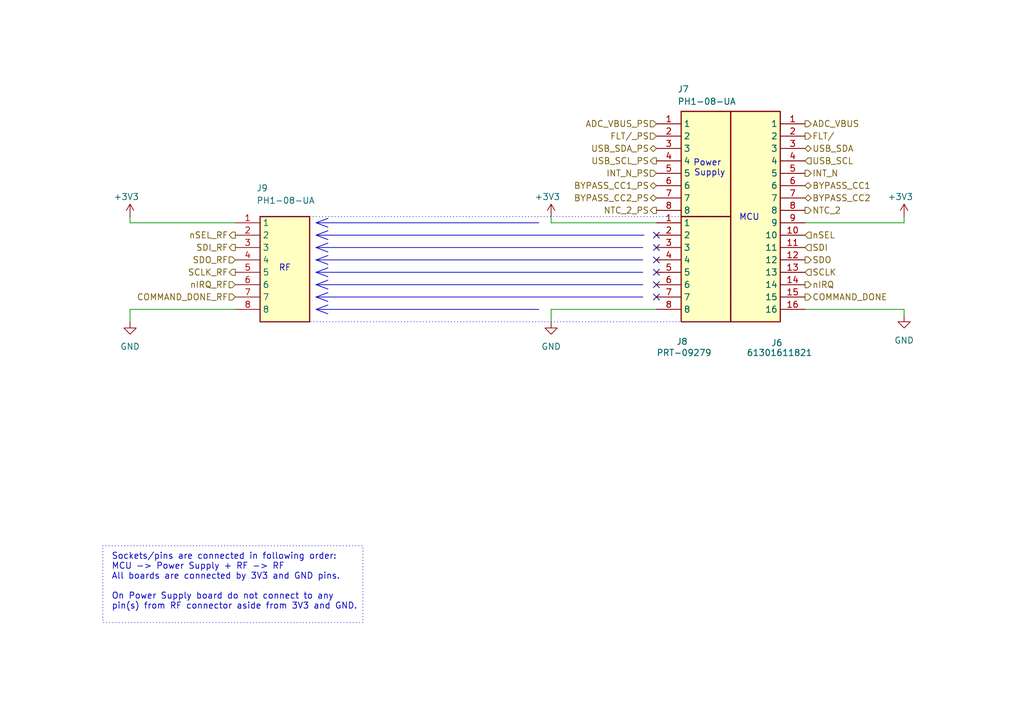
<source format=kicad_sch>
(kicad_sch
	(version 20231120)
	(generator "eeschema")
	(generator_version "8.0")
	(uuid "f610fd08-b7a0-4c8e-a6bc-3258a0bbabbc")
	(paper "A5")
	(lib_symbols
		(symbol "PH1-08-UA_1"
			(exclude_from_sim no)
			(in_bom yes)
			(on_board yes)
			(property "Reference" "J9"
				(at 4.318 7.112 0)
				(effects
					(font
						(size 1.27 1.27)
					)
					(justify left)
				)
			)
			(property "Value" "PH1-08-UA"
				(at 4.318 4.572 0)
				(effects
					(font
						(size 1.27 1.27)
					)
					(justify left)
				)
			)
			(property "Footprint" "HDRV8W64P0X254_1X8_2032X250X888P"
				(at 16.51 -94.92 0)
				(effects
					(font
						(size 1.27 1.27)
					)
					(justify left top)
					(hide yes)
				)
			)
			(property "Datasheet" "https://app.adam-tech.com/products/download/data_sheet/201605/ph1-xx-ua-data-sheet.pdf"
				(at 16.51 -194.92 0)
				(effects
					(font
						(size 1.27 1.27)
					)
					(justify left top)
					(hide yes)
				)
			)
			(property "Description" "Conn Unshrouded Header HDR 8 POS 2.54mm Solder ST Thru-Hole"
				(at 0 0 0)
				(effects
					(font
						(size 1.27 1.27)
					)
					(hide yes)
				)
			)
			(property "Height" "8.881"
				(at 16.51 -394.92 0)
				(effects
					(font
						(size 1.27 1.27)
					)
					(justify left top)
					(hide yes)
				)
			)
			(property "Manufacturer_Name" "Adam Tech"
				(at 16.51 -494.92 0)
				(effects
					(font
						(size 1.27 1.27)
					)
					(justify left top)
					(hide yes)
				)
			)
			(property "Manufacturer_Part_Number" "PH1-08-UA"
				(at 16.51 -594.92 0)
				(effects
					(font
						(size 1.27 1.27)
					)
					(justify left top)
					(hide yes)
				)
			)
			(property "Mouser Part Number" "737-PH1-08-UA"
				(at 16.51 -694.92 0)
				(effects
					(font
						(size 1.27 1.27)
					)
					(justify left top)
					(hide yes)
				)
			)
			(property "Mouser Price/Stock" "https://www.mouser.co.uk/ProductDetail/Adam-Tech/PH1-08-UA?qs=HoCaDK9Nz5fwefM2nMHXHA%3D%3D"
				(at 16.51 -794.92 0)
				(effects
					(font
						(size 1.27 1.27)
					)
					(justify left top)
					(hide yes)
				)
			)
			(property "Arrow Part Number" "PH1-08-UA"
				(at 16.51 -894.92 0)
				(effects
					(font
						(size 1.27 1.27)
					)
					(justify left top)
					(hide yes)
				)
			)
			(property "Arrow Price/Stock" "https://www.arrow.com/en/products/ph1-08-ua/adam-tech?utm_currency=USD&region=nac"
				(at 16.51 -994.92 0)
				(effects
					(font
						(size 1.27 1.27)
					)
					(justify left top)
					(hide yes)
				)
			)
			(symbol "PH1-08-UA_1_1_1"
				(rectangle
					(start 5.08 1.27)
					(end 15.24 -20.32)
					(stroke
						(width 0.254)
						(type default)
					)
					(fill
						(type background)
					)
				)
				(pin passive line
					(at 0 0 0)
					(length 5.08)
					(name "1"
						(effects
							(font
								(size 1.27 1.27)
							)
						)
					)
					(number "1"
						(effects
							(font
								(size 1.27 1.27)
							)
						)
					)
				)
				(pin passive line
					(at 0 -2.54 0)
					(length 5.08)
					(name "2"
						(effects
							(font
								(size 1.27 1.27)
							)
						)
					)
					(number "2"
						(effects
							(font
								(size 1.27 1.27)
							)
						)
					)
				)
				(pin passive line
					(at 0 -5.08 0)
					(length 5.08)
					(name "3"
						(effects
							(font
								(size 1.27 1.27)
							)
						)
					)
					(number "3"
						(effects
							(font
								(size 1.27 1.27)
							)
						)
					)
				)
				(pin passive line
					(at 0 -7.62 0)
					(length 5.08)
					(name "4"
						(effects
							(font
								(size 1.27 1.27)
							)
						)
					)
					(number "4"
						(effects
							(font
								(size 1.27 1.27)
							)
						)
					)
				)
				(pin passive line
					(at 0 -10.16 0)
					(length 5.08)
					(name "5"
						(effects
							(font
								(size 1.27 1.27)
							)
						)
					)
					(number "5"
						(effects
							(font
								(size 1.27 1.27)
							)
						)
					)
				)
				(pin passive line
					(at 0 -12.7 0)
					(length 5.08)
					(name "6"
						(effects
							(font
								(size 1.27 1.27)
							)
						)
					)
					(number "6"
						(effects
							(font
								(size 1.27 1.27)
							)
						)
					)
				)
				(pin passive line
					(at 0 -15.24 0)
					(length 5.08)
					(name "7"
						(effects
							(font
								(size 1.27 1.27)
							)
						)
					)
					(number "7"
						(effects
							(font
								(size 1.27 1.27)
							)
						)
					)
				)
				(pin passive line
					(at 0 -17.78 0)
					(length 5.08)
					(name "8"
						(effects
							(font
								(size 1.27 1.27)
							)
						)
					)
					(number "8"
						(effects
							(font
								(size 1.27 1.27)
							)
						)
					)
				)
			)
		)
		(symbol "SamacSys_Parts:61301611821"
			(exclude_from_sim no)
			(in_bom yes)
			(on_board yes)
			(property "Reference" "J"
				(at 16.51 7.62 0)
				(effects
					(font
						(size 1.27 1.27)
					)
					(justify left top)
				)
			)
			(property "Value" "61301611821"
				(at 16.51 5.08 0)
				(effects
					(font
						(size 1.27 1.27)
					)
					(justify left top)
				)
			)
			(property "Footprint" "RHDR16W82P0X254_1X16_4114X250X865P"
				(at 16.51 -94.92 0)
				(effects
					(font
						(size 1.27 1.27)
					)
					(justify left top)
					(hide yes)
				)
			)
			(property "Datasheet" "https://www.we-online.com/catalog/datasheet/61301611821.pdf"
				(at 16.51 -194.92 0)
				(effects
					(font
						(size 1.27 1.27)
					)
					(justify left top)
					(hide yes)
				)
			)
			(property "Description" "WURTH ELEKTRONIK - 61301611821 - PCB Receptacle, Board-to-Board, 2.54 mm, 1 Rows, 16 Contacts, Through Hole Mount, WR-PHD Series"
				(at 0 0 0)
				(effects
					(font
						(size 1.27 1.27)
					)
					(hide yes)
				)
			)
			(property "Height" "8.65"
				(at 16.51 -394.92 0)
				(effects
					(font
						(size 1.27 1.27)
					)
					(justify left top)
					(hide yes)
				)
			)
			(property "Manufacturer_Name" "Wurth Elektronik"
				(at 16.51 -494.92 0)
				(effects
					(font
						(size 1.27 1.27)
					)
					(justify left top)
					(hide yes)
				)
			)
			(property "Manufacturer_Part_Number" "61301611821"
				(at 16.51 -594.92 0)
				(effects
					(font
						(size 1.27 1.27)
					)
					(justify left top)
					(hide yes)
				)
			)
			(property "Mouser Part Number" "710-61301611821"
				(at 16.51 -694.92 0)
				(effects
					(font
						(size 1.27 1.27)
					)
					(justify left top)
					(hide yes)
				)
			)
			(property "Mouser Price/Stock" "https://www.mouser.co.uk/ProductDetail/Wurth-Elektronik/61301611821?qs=xZ%2FP%252Ba9zWqYIxo6RU%252B1Wuw%3D%3D"
				(at 16.51 -794.92 0)
				(effects
					(font
						(size 1.27 1.27)
					)
					(justify left top)
					(hide yes)
				)
			)
			(property "Arrow Part Number" ""
				(at 16.51 -894.92 0)
				(effects
					(font
						(size 1.27 1.27)
					)
					(justify left top)
					(hide yes)
				)
			)
			(property "Arrow Price/Stock" ""
				(at 16.51 -994.92 0)
				(effects
					(font
						(size 1.27 1.27)
					)
					(justify left top)
					(hide yes)
				)
			)
			(symbol "61301611821_1_1"
				(rectangle
					(start 5.08 2.54)
					(end 15.24 -40.64)
					(stroke
						(width 0.254)
						(type default)
					)
					(fill
						(type background)
					)
				)
				(pin passive line
					(at 0 0 0)
					(length 5.08)
					(name "1"
						(effects
							(font
								(size 1.27 1.27)
							)
						)
					)
					(number "1"
						(effects
							(font
								(size 1.27 1.27)
							)
						)
					)
				)
				(pin passive line
					(at 0 -22.86 0)
					(length 5.08)
					(name "10"
						(effects
							(font
								(size 1.27 1.27)
							)
						)
					)
					(number "10"
						(effects
							(font
								(size 1.27 1.27)
							)
						)
					)
				)
				(pin passive line
					(at 0 -25.4 0)
					(length 5.08)
					(name "11"
						(effects
							(font
								(size 1.27 1.27)
							)
						)
					)
					(number "11"
						(effects
							(font
								(size 1.27 1.27)
							)
						)
					)
				)
				(pin passive line
					(at 0 -27.94 0)
					(length 5.08)
					(name "12"
						(effects
							(font
								(size 1.27 1.27)
							)
						)
					)
					(number "12"
						(effects
							(font
								(size 1.27 1.27)
							)
						)
					)
				)
				(pin passive line
					(at 0 -30.48 0)
					(length 5.08)
					(name "13"
						(effects
							(font
								(size 1.27 1.27)
							)
						)
					)
					(number "13"
						(effects
							(font
								(size 1.27 1.27)
							)
						)
					)
				)
				(pin passive line
					(at 0 -33.02 0)
					(length 5.08)
					(name "14"
						(effects
							(font
								(size 1.27 1.27)
							)
						)
					)
					(number "14"
						(effects
							(font
								(size 1.27 1.27)
							)
						)
					)
				)
				(pin passive line
					(at 0 -35.56 0)
					(length 5.08)
					(name "15"
						(effects
							(font
								(size 1.27 1.27)
							)
						)
					)
					(number "15"
						(effects
							(font
								(size 1.27 1.27)
							)
						)
					)
				)
				(pin passive line
					(at 0 -38.1 0)
					(length 5.08)
					(name "16"
						(effects
							(font
								(size 1.27 1.27)
							)
						)
					)
					(number "16"
						(effects
							(font
								(size 1.27 1.27)
							)
						)
					)
				)
				(pin passive line
					(at 0 -2.54 0)
					(length 5.08)
					(name "2"
						(effects
							(font
								(size 1.27 1.27)
							)
						)
					)
					(number "2"
						(effects
							(font
								(size 1.27 1.27)
							)
						)
					)
				)
				(pin passive line
					(at 0 -5.08 0)
					(length 5.08)
					(name "3"
						(effects
							(font
								(size 1.27 1.27)
							)
						)
					)
					(number "3"
						(effects
							(font
								(size 1.27 1.27)
							)
						)
					)
				)
				(pin passive line
					(at 0 -7.62 0)
					(length 5.08)
					(name "4"
						(effects
							(font
								(size 1.27 1.27)
							)
						)
					)
					(number "4"
						(effects
							(font
								(size 1.27 1.27)
							)
						)
					)
				)
				(pin passive line
					(at 0 -10.16 0)
					(length 5.08)
					(name "5"
						(effects
							(font
								(size 1.27 1.27)
							)
						)
					)
					(number "5"
						(effects
							(font
								(size 1.27 1.27)
							)
						)
					)
				)
				(pin passive line
					(at 0 -12.7 0)
					(length 5.08)
					(name "6"
						(effects
							(font
								(size 1.27 1.27)
							)
						)
					)
					(number "6"
						(effects
							(font
								(size 1.27 1.27)
							)
						)
					)
				)
				(pin passive line
					(at 0 -15.24 0)
					(length 5.08)
					(name "7"
						(effects
							(font
								(size 1.27 1.27)
							)
						)
					)
					(number "7"
						(effects
							(font
								(size 1.27 1.27)
							)
						)
					)
				)
				(pin passive line
					(at 0 -17.78 0)
					(length 5.08)
					(name "8"
						(effects
							(font
								(size 1.27 1.27)
							)
						)
					)
					(number "8"
						(effects
							(font
								(size 1.27 1.27)
							)
						)
					)
				)
				(pin passive line
					(at 0 -20.32 0)
					(length 5.08)
					(name "9"
						(effects
							(font
								(size 1.27 1.27)
							)
						)
					)
					(number "9"
						(effects
							(font
								(size 1.27 1.27)
							)
						)
					)
				)
			)
		)
		(symbol "SamacSys_Parts:PH1-08-UA"
			(exclude_from_sim no)
			(in_bom yes)
			(on_board yes)
			(property "Reference" "J7"
				(at 4.318 7.112 0)
				(effects
					(font
						(size 1.27 1.27)
					)
					(justify left)
				)
			)
			(property "Value" "PH1-08-UA"
				(at 4.318 4.572 0)
				(effects
					(font
						(size 1.27 1.27)
					)
					(justify left)
				)
			)
			(property "Footprint" "HDRV8W64P0X254_1X8_2032X250X888P"
				(at 16.51 -94.92 0)
				(effects
					(font
						(size 1.27 1.27)
					)
					(justify left top)
					(hide yes)
				)
			)
			(property "Datasheet" "https://app.adam-tech.com/products/download/data_sheet/201605/ph1-xx-ua-data-sheet.pdf"
				(at 16.51 -194.92 0)
				(effects
					(font
						(size 1.27 1.27)
					)
					(justify left top)
					(hide yes)
				)
			)
			(property "Description" "Conn Unshrouded Header HDR 8 POS 2.54mm Solder ST Thru-Hole"
				(at 0 0 0)
				(effects
					(font
						(size 1.27 1.27)
					)
					(hide yes)
				)
			)
			(property "Height" "8.881"
				(at 16.51 -394.92 0)
				(effects
					(font
						(size 1.27 1.27)
					)
					(justify left top)
					(hide yes)
				)
			)
			(property "Manufacturer_Name" "Adam Tech"
				(at 16.51 -494.92 0)
				(effects
					(font
						(size 1.27 1.27)
					)
					(justify left top)
					(hide yes)
				)
			)
			(property "Manufacturer_Part_Number" "PH1-08-UA"
				(at 16.51 -594.92 0)
				(effects
					(font
						(size 1.27 1.27)
					)
					(justify left top)
					(hide yes)
				)
			)
			(property "Mouser Part Number" "737-PH1-08-UA"
				(at 16.51 -694.92 0)
				(effects
					(font
						(size 1.27 1.27)
					)
					(justify left top)
					(hide yes)
				)
			)
			(property "Mouser Price/Stock" "https://www.mouser.co.uk/ProductDetail/Adam-Tech/PH1-08-UA?qs=HoCaDK9Nz5fwefM2nMHXHA%3D%3D"
				(at 16.51 -794.92 0)
				(effects
					(font
						(size 1.27 1.27)
					)
					(justify left top)
					(hide yes)
				)
			)
			(property "Arrow Part Number" "PH1-08-UA"
				(at 16.51 -894.92 0)
				(effects
					(font
						(size 1.27 1.27)
					)
					(justify left top)
					(hide yes)
				)
			)
			(property "Arrow Price/Stock" "https://www.arrow.com/en/products/ph1-08-ua/adam-tech?utm_currency=USD&region=nac"
				(at 16.51 -994.92 0)
				(effects
					(font
						(size 1.27 1.27)
					)
					(justify left top)
					(hide yes)
				)
			)
			(symbol "PH1-08-UA_1_1"
				(rectangle
					(start 5.08 2.54)
					(end 15.24 -19.05)
					(stroke
						(width 0.254)
						(type default)
					)
					(fill
						(type background)
					)
				)
				(pin passive line
					(at 0 0 0)
					(length 5.08)
					(name "1"
						(effects
							(font
								(size 1.27 1.27)
							)
						)
					)
					(number "1"
						(effects
							(font
								(size 1.27 1.27)
							)
						)
					)
				)
				(pin passive line
					(at 0 -2.54 0)
					(length 5.08)
					(name "2"
						(effects
							(font
								(size 1.27 1.27)
							)
						)
					)
					(number "2"
						(effects
							(font
								(size 1.27 1.27)
							)
						)
					)
				)
				(pin passive line
					(at 0 -5.08 0)
					(length 5.08)
					(name "3"
						(effects
							(font
								(size 1.27 1.27)
							)
						)
					)
					(number "3"
						(effects
							(font
								(size 1.27 1.27)
							)
						)
					)
				)
				(pin passive line
					(at 0 -7.62 0)
					(length 5.08)
					(name "4"
						(effects
							(font
								(size 1.27 1.27)
							)
						)
					)
					(number "4"
						(effects
							(font
								(size 1.27 1.27)
							)
						)
					)
				)
				(pin passive line
					(at 0 -10.16 0)
					(length 5.08)
					(name "5"
						(effects
							(font
								(size 1.27 1.27)
							)
						)
					)
					(number "5"
						(effects
							(font
								(size 1.27 1.27)
							)
						)
					)
				)
				(pin passive line
					(at 0 -12.7 0)
					(length 5.08)
					(name "6"
						(effects
							(font
								(size 1.27 1.27)
							)
						)
					)
					(number "6"
						(effects
							(font
								(size 1.27 1.27)
							)
						)
					)
				)
				(pin passive line
					(at 0 -15.24 0)
					(length 5.08)
					(name "7"
						(effects
							(font
								(size 1.27 1.27)
							)
						)
					)
					(number "7"
						(effects
							(font
								(size 1.27 1.27)
							)
						)
					)
				)
				(pin passive line
					(at 0 -17.78 0)
					(length 5.08)
					(name "8"
						(effects
							(font
								(size 1.27 1.27)
							)
						)
					)
					(number "8"
						(effects
							(font
								(size 1.27 1.27)
							)
						)
					)
				)
			)
		)
		(symbol "SamacSys_Parts:PRT-09279"
			(exclude_from_sim no)
			(in_bom yes)
			(on_board yes)
			(property "Reference" "J8"
				(at 4.572 -23.114 0)
				(effects
					(font
						(size 1.27 1.27)
					)
					(justify left)
				)
			)
			(property "Value" "PRT-09279"
				(at 4.572 -25.654 0)
				(effects
					(font
						(size 1.27 1.27)
					)
					(justify left)
				)
			)
			(property "Footprint" "RHDR8W87P0X254_1X8_2087X250X865P"
				(at 16.51 -94.92 0)
				(effects
					(font
						(size 1.27 1.27)
					)
					(justify left top)
					(hide yes)
				)
			)
			(property "Datasheet" "https://cdn.sparkfun.com/datasheets/Prototyping/SP-140520-XX-001.pdf"
				(at 16.51 -194.92 0)
				(effects
					(font
						(size 1.27 1.27)
					)
					(justify left top)
					(hide yes)
				)
			)
			(property "Description" "2.54mm pitch Socket, single row, straight, 8 position"
				(at 0 0 0)
				(effects
					(font
						(size 1.27 1.27)
					)
					(hide yes)
				)
			)
			(property "Height" "8.65"
				(at 16.51 -394.92 0)
				(effects
					(font
						(size 1.27 1.27)
					)
					(justify left top)
					(hide yes)
				)
			)
			(property "Manufacturer_Name" "SparkFun"
				(at 16.51 -494.92 0)
				(effects
					(font
						(size 1.27 1.27)
					)
					(justify left top)
					(hide yes)
				)
			)
			(property "Manufacturer_Part_Number" "PRT-09279"
				(at 16.51 -594.92 0)
				(effects
					(font
						(size 1.27 1.27)
					)
					(justify left top)
					(hide yes)
				)
			)
			(property "Mouser Part Number" "474-PRT-09279"
				(at 16.51 -694.92 0)
				(effects
					(font
						(size 1.27 1.27)
					)
					(justify left top)
					(hide yes)
				)
			)
			(property "Mouser Price/Stock" "https://www.mouser.co.uk/ProductDetail/SparkFun/PRT-09279?qs=WyAARYrbSnZoWn%2FpXY8lrw%3D%3D"
				(at 16.51 -794.92 0)
				(effects
					(font
						(size 1.27 1.27)
					)
					(justify left top)
					(hide yes)
				)
			)
			(property "Arrow Part Number" "PRT-09279"
				(at 16.51 -894.92 0)
				(effects
					(font
						(size 1.27 1.27)
					)
					(justify left top)
					(hide yes)
				)
			)
			(property "Arrow Price/Stock" "https://www.arrow.com/en/products/prt-09279/sparkfun-electronics?region=nac"
				(at 16.51 -994.92 0)
				(effects
					(font
						(size 1.27 1.27)
					)
					(justify left top)
					(hide yes)
				)
			)
			(symbol "PRT-09279_1_1"
				(rectangle
					(start 5.08 1.27)
					(end 15.24 -20.32)
					(stroke
						(width 0.254)
						(type default)
					)
					(fill
						(type background)
					)
				)
				(pin passive line
					(at 0 0 0)
					(length 5.08)
					(name "1"
						(effects
							(font
								(size 1.27 1.27)
							)
						)
					)
					(number "1"
						(effects
							(font
								(size 1.27 1.27)
							)
						)
					)
				)
				(pin passive line
					(at 0 -2.54 0)
					(length 5.08)
					(name "2"
						(effects
							(font
								(size 1.27 1.27)
							)
						)
					)
					(number "2"
						(effects
							(font
								(size 1.27 1.27)
							)
						)
					)
				)
				(pin passive line
					(at 0 -5.08 0)
					(length 5.08)
					(name "3"
						(effects
							(font
								(size 1.27 1.27)
							)
						)
					)
					(number "3"
						(effects
							(font
								(size 1.27 1.27)
							)
						)
					)
				)
				(pin passive line
					(at 0 -7.62 0)
					(length 5.08)
					(name "4"
						(effects
							(font
								(size 1.27 1.27)
							)
						)
					)
					(number "4"
						(effects
							(font
								(size 1.27 1.27)
							)
						)
					)
				)
				(pin passive line
					(at 0 -10.16 0)
					(length 5.08)
					(name "5"
						(effects
							(font
								(size 1.27 1.27)
							)
						)
					)
					(number "5"
						(effects
							(font
								(size 1.27 1.27)
							)
						)
					)
				)
				(pin passive line
					(at 0 -12.7 0)
					(length 5.08)
					(name "6"
						(effects
							(font
								(size 1.27 1.27)
							)
						)
					)
					(number "6"
						(effects
							(font
								(size 1.27 1.27)
							)
						)
					)
				)
				(pin passive line
					(at 0 -15.24 0)
					(length 5.08)
					(name "7"
						(effects
							(font
								(size 1.27 1.27)
							)
						)
					)
					(number "7"
						(effects
							(font
								(size 1.27 1.27)
							)
						)
					)
				)
				(pin passive line
					(at 0 -17.78 0)
					(length 5.08)
					(name "8"
						(effects
							(font
								(size 1.27 1.27)
							)
						)
					)
					(number "8"
						(effects
							(font
								(size 1.27 1.27)
							)
						)
					)
				)
			)
		)
		(symbol "power:+3V3"
			(power)
			(pin_numbers hide)
			(pin_names
				(offset 0) hide)
			(exclude_from_sim no)
			(in_bom yes)
			(on_board yes)
			(property "Reference" "#PWR"
				(at 0 -3.81 0)
				(effects
					(font
						(size 1.27 1.27)
					)
					(hide yes)
				)
			)
			(property "Value" "+3V3"
				(at 0 3.556 0)
				(effects
					(font
						(size 1.27 1.27)
					)
				)
			)
			(property "Footprint" ""
				(at 0 0 0)
				(effects
					(font
						(size 1.27 1.27)
					)
					(hide yes)
				)
			)
			(property "Datasheet" ""
				(at 0 0 0)
				(effects
					(font
						(size 1.27 1.27)
					)
					(hide yes)
				)
			)
			(property "Description" "Power symbol creates a global label with name \"+3V3\""
				(at 0 0 0)
				(effects
					(font
						(size 1.27 1.27)
					)
					(hide yes)
				)
			)
			(property "ki_keywords" "global power"
				(at 0 0 0)
				(effects
					(font
						(size 1.27 1.27)
					)
					(hide yes)
				)
			)
			(symbol "+3V3_0_1"
				(polyline
					(pts
						(xy -0.762 1.27) (xy 0 2.54)
					)
					(stroke
						(width 0)
						(type default)
					)
					(fill
						(type none)
					)
				)
				(polyline
					(pts
						(xy 0 0) (xy 0 2.54)
					)
					(stroke
						(width 0)
						(type default)
					)
					(fill
						(type none)
					)
				)
				(polyline
					(pts
						(xy 0 2.54) (xy 0.762 1.27)
					)
					(stroke
						(width 0)
						(type default)
					)
					(fill
						(type none)
					)
				)
			)
			(symbol "+3V3_1_1"
				(pin power_in line
					(at 0 0 90)
					(length 0)
					(name "~"
						(effects
							(font
								(size 1.27 1.27)
							)
						)
					)
					(number "1"
						(effects
							(font
								(size 1.27 1.27)
							)
						)
					)
				)
			)
		)
		(symbol "power:GND"
			(power)
			(pin_numbers hide)
			(pin_names
				(offset 0) hide)
			(exclude_from_sim no)
			(in_bom yes)
			(on_board yes)
			(property "Reference" "#PWR"
				(at 0 -6.35 0)
				(effects
					(font
						(size 1.27 1.27)
					)
					(hide yes)
				)
			)
			(property "Value" "GND"
				(at 0 -3.81 0)
				(effects
					(font
						(size 1.27 1.27)
					)
				)
			)
			(property "Footprint" ""
				(at 0 0 0)
				(effects
					(font
						(size 1.27 1.27)
					)
					(hide yes)
				)
			)
			(property "Datasheet" ""
				(at 0 0 0)
				(effects
					(font
						(size 1.27 1.27)
					)
					(hide yes)
				)
			)
			(property "Description" "Power symbol creates a global label with name \"GND\" , ground"
				(at 0 0 0)
				(effects
					(font
						(size 1.27 1.27)
					)
					(hide yes)
				)
			)
			(property "ki_keywords" "global power"
				(at 0 0 0)
				(effects
					(font
						(size 1.27 1.27)
					)
					(hide yes)
				)
			)
			(symbol "GND_0_1"
				(polyline
					(pts
						(xy 0 0) (xy 0 -1.27) (xy 1.27 -1.27) (xy 0 -2.54) (xy -1.27 -1.27) (xy 0 -1.27)
					)
					(stroke
						(width 0)
						(type default)
					)
					(fill
						(type none)
					)
				)
			)
			(symbol "GND_1_1"
				(pin power_in line
					(at 0 0 270)
					(length 0)
					(name "~"
						(effects
							(font
								(size 1.27 1.27)
							)
						)
					)
					(number "1"
						(effects
							(font
								(size 1.27 1.27)
							)
						)
					)
				)
			)
		)
	)
	(no_connect
		(at 134.62 50.8)
		(uuid "00bb50a0-882d-4282-b9a7-ab7b17d2201b")
	)
	(no_connect
		(at 134.62 55.88)
		(uuid "0f64f5f1-8837-41e5-bbba-5599feb57d08")
	)
	(no_connect
		(at 134.62 48.26)
		(uuid "5e88da46-1d14-4b19-b9b9-f28b152dab70")
	)
	(no_connect
		(at 134.62 60.96)
		(uuid "9c826335-5e25-4f9e-8d38-56470528b111")
	)
	(no_connect
		(at 134.62 53.34)
		(uuid "cfe00fda-7979-4bcb-9f6a-ccdd501ca169")
	)
	(no_connect
		(at 134.62 58.42)
		(uuid "dc6737d0-d125-493b-95c0-fba6d2697d74")
	)
	(wire
		(pts
			(xy 26.67 63.5) (xy 48.26 63.5)
		)
		(stroke
			(width 0)
			(type default)
		)
		(uuid "03cb70a4-12bf-4270-a353-987942c5af09")
	)
	(wire
		(pts
			(xy 185.42 45.72) (xy 165.1 45.72)
		)
		(stroke
			(width 0)
			(type default)
		)
		(uuid "0eead508-0539-49a7-9fa0-b8298e2241f1")
	)
	(wire
		(pts
			(xy 113.03 45.72) (xy 134.62 45.72)
		)
		(stroke
			(width 0)
			(type default)
		)
		(uuid "126553b4-8c0f-461b-a121-4c8410973db6")
	)
	(wire
		(pts
			(xy 185.42 63.5) (xy 165.1 63.5)
		)
		(stroke
			(width 0)
			(type default)
		)
		(uuid "15a89c7e-4693-4158-ab38-5753e79d6e60")
	)
	(wire
		(pts
			(xy 113.03 44.45) (xy 113.03 45.72)
		)
		(stroke
			(width 0)
			(type default)
		)
		(uuid "2360f3f7-71f6-404e-a3a1-d068ee4cbeef")
	)
	(wire
		(pts
			(xy 26.67 44.45) (xy 26.67 45.72)
		)
		(stroke
			(width 0)
			(type default)
		)
		(uuid "2ef44e2b-d6a9-411a-9d93-6def06519150")
	)
	(polyline
		(pts
			(xy 65.024 48.26) (xy 132.08 48.26)
		)
		(stroke
			(width 0)
			(type default)
		)
		(uuid "34cf3436-7664-4ede-a8b5-82e245a4c2b3")
	)
	(polyline
		(pts
			(xy 64.77 55.88) (xy 131.826 55.88)
		)
		(stroke
			(width 0)
			(type default)
		)
		(uuid "387a7035-2a2c-4166-8b25-e0f684ae9dc8")
	)
	(wire
		(pts
			(xy 113.03 63.5) (xy 134.62 63.5)
		)
		(stroke
			(width 0)
			(type default)
		)
		(uuid "3e5f6f6d-bfde-4608-8b4e-4d3b37d73eb2")
	)
	(polyline
		(pts
			(xy 64.77 60.96) (xy 131.826 60.96)
		)
		(stroke
			(width 0)
			(type default)
		)
		(uuid "4d5957a4-af36-4ecb-845c-8b42f161353e")
	)
	(wire
		(pts
			(xy 113.03 66.04) (xy 113.03 63.5)
		)
		(stroke
			(width 0)
			(type default)
		)
		(uuid "5fd86b14-dd33-4d9e-b590-9c447e154a82")
	)
	(wire
		(pts
			(xy 26.67 45.72) (xy 48.26 45.72)
		)
		(stroke
			(width 0)
			(type default)
		)
		(uuid "6dff174a-43fb-4025-9bae-ea423636a307")
	)
	(wire
		(pts
			(xy 26.67 66.04) (xy 26.67 63.5)
		)
		(stroke
			(width 0)
			(type default)
		)
		(uuid "731aa614-2433-4d48-9be6-5e0282908cfc")
	)
	(wire
		(pts
			(xy 185.42 64.77) (xy 185.42 63.5)
		)
		(stroke
			(width 0)
			(type default)
		)
		(uuid "7515d199-f477-4ddd-ada9-d9f17bdc047b")
	)
	(polyline
		(pts
			(xy 64.77 53.34) (xy 131.826 53.34)
		)
		(stroke
			(width 0)
			(type default)
		)
		(uuid "8015f9cd-0959-450e-9f92-04c1093e19d4")
	)
	(polyline
		(pts
			(xy 65.024 63.5) (xy 110.49 63.5)
		)
		(stroke
			(width 0)
			(type default)
		)
		(uuid "874d55da-16ef-4270-aae9-69fa576fd02e")
	)
	(polyline
		(pts
			(xy 64.77 58.42) (xy 131.826 58.42)
		)
		(stroke
			(width 0)
			(type default)
		)
		(uuid "a1e69358-57dc-4670-a10b-0b20683337b3")
	)
	(polyline
		(pts
			(xy 65.024 45.72) (xy 110.49 45.72)
		)
		(stroke
			(width 0)
			(type default)
		)
		(uuid "a78402b3-a260-4621-b89c-b1564ef26708")
	)
	(polyline
		(pts
			(xy 64.77 50.8) (xy 131.826 50.8)
		)
		(stroke
			(width 0)
			(type default)
		)
		(uuid "f156e1ca-ebc3-4268-a816-04e63b055ca1")
	)
	(wire
		(pts
			(xy 185.42 45.72) (xy 185.42 44.45)
		)
		(stroke
			(width 0)
			(type default)
		)
		(uuid "f765e08a-2f66-4209-844e-e02d96b218c6")
	)
	(rectangle
		(start 53.34 44.45)
		(end 149.86 66.04)
		(stroke
			(width 0)
			(type dot)
		)
		(fill
			(type none)
		)
		(uuid 892d3ad9-e435-4040-b7b4-2678e36bf1ca)
	)
	(rectangle
		(start 21.082 112.014)
		(end 74.422 127.762)
		(stroke
			(width 0)
			(type dot)
		)
		(fill
			(type none)
		)
		(uuid feecc4d6-f181-413d-8bb9-17091892a351)
	)
	(text "MCU"
		(exclude_from_sim no)
		(at 153.67 44.704 0)
		(effects
			(font
				(size 1.27 1.27)
			)
		)
		(uuid "108cdc7f-df4a-404e-85f7-ddb2246bf10b")
	)
	(text "<"
		(exclude_from_sim no)
		(at 66.04 48.26 0)
		(effects
			(font
				(size 3.175 3.175)
			)
		)
		(uuid "18f71262-4186-4dde-935d-b8156a09a5e0")
	)
	(text "<"
		(exclude_from_sim no)
		(at 66.04 60.96 0)
		(effects
			(font
				(size 3.175 3.175)
			)
		)
		(uuid "3b8844e2-4326-4a2c-ae24-73e4fea5dffe")
	)
	(text "Power \nSupply\n"
		(exclude_from_sim no)
		(at 145.542 34.544 0)
		(effects
			(font
				(size 1.27 1.27)
			)
		)
		(uuid "42c58020-f2a1-4de7-8d2e-2ee6fed7e938")
	)
	(text "<"
		(exclude_from_sim no)
		(at 66.04 55.88 0)
		(effects
			(font
				(size 3.175 3.175)
			)
		)
		(uuid "4befb2b4-ffdb-4189-a636-5d11a7d7f5d0")
	)
	(text "<"
		(exclude_from_sim no)
		(at 66.04 53.34 0)
		(effects
			(font
				(size 3.175 3.175)
			)
		)
		(uuid "5c385f98-cf9b-47df-9168-25395e020f46")
	)
	(text "<"
		(exclude_from_sim no)
		(at 66.04 58.42 0)
		(effects
			(font
				(size 3.175 3.175)
			)
		)
		(uuid "6b873142-36ae-4d46-aac4-a60365475963")
	)
	(text "RF"
		(exclude_from_sim no)
		(at 58.42 55.118 0)
		(effects
			(font
				(size 1.27 1.27)
			)
		)
		(uuid "b9255c67-4284-48c7-8e3c-6afdf7639563")
	)
	(text "<"
		(exclude_from_sim no)
		(at 66.04 45.72 0)
		(effects
			(font
				(size 3.175 3.175)
			)
		)
		(uuid "c810d179-8d04-477f-82f6-53aa3f7012b1")
	)
	(text "<"
		(exclude_from_sim no)
		(at 66.04 50.8 0)
		(effects
			(font
				(size 3.175 3.175)
			)
		)
		(uuid "c9eb9d56-1fde-4864-8e3a-c00ec3c13646")
	)
	(text "<"
		(exclude_from_sim no)
		(at 66.04 63.5 0)
		(effects
			(font
				(size 3.175 3.175)
			)
		)
		(uuid "efa61497-7f26-4f9e-bc6f-65c97620ba33")
	)
	(text "Sockets/pins are connected in following order:\nMCU -> Power Supply + RF -> RF \nAll boards are connected by 3V3 and GND pins. \n\nOn Power Supply board do not connect to any \npin(s) from RF connector aside from 3V3 and GND."
		(exclude_from_sim no)
		(at 22.86 119.38 0)
		(effects
			(font
				(size 1.27 1.27)
			)
			(justify left)
		)
		(uuid "f324a2f1-7b05-4caa-b16d-9cebb6614d87")
	)
	(hierarchical_label "INT_N_PS"
		(shape input)
		(at 134.62 35.56 180)
		(effects
			(font
				(size 1.27 1.27)
			)
			(justify right)
		)
		(uuid "030c3462-5fa5-4729-8f9b-9fa8a97b07f9")
	)
	(hierarchical_label "NTC_2"
		(shape output)
		(at 165.1 43.18 0)
		(effects
			(font
				(size 1.27 1.27)
			)
			(justify left)
		)
		(uuid "13ab2101-b408-426f-b8eb-319c6439d1f9")
	)
	(hierarchical_label "USB_SDA_PS"
		(shape bidirectional)
		(at 134.62 30.48 180)
		(effects
			(font
				(size 1.27 1.27)
			)
			(justify right)
		)
		(uuid "1b2565b2-981c-4fe4-865e-5b6e7d1c3684")
	)
	(hierarchical_label "nSEL_RF"
		(shape output)
		(at 48.26 48.26 180)
		(effects
			(font
				(size 1.27 1.27)
			)
			(justify right)
		)
		(uuid "2127f497-ae2f-4d82-82f2-cc34297e2150")
	)
	(hierarchical_label "BYPASS_CC1"
		(shape bidirectional)
		(at 165.1 38.1 0)
		(effects
			(font
				(size 1.27 1.27)
			)
			(justify left)
		)
		(uuid "23082d12-fe5d-4a50-aff9-52716c526113")
	)
	(hierarchical_label "NTC_2_PS"
		(shape output)
		(at 134.62 43.18 180)
		(effects
			(font
				(size 1.27 1.27)
			)
			(justify right)
		)
		(uuid "2479c59b-5c4a-40b7-9f6e-1473ac0d4dce")
	)
	(hierarchical_label "SCLK_RF"
		(shape output)
		(at 48.26 55.88 180)
		(effects
			(font
				(size 1.27 1.27)
			)
			(justify right)
		)
		(uuid "25b0bc54-a6be-4339-a7be-d1f77822f37a")
	)
	(hierarchical_label "USB_SCL_PS"
		(shape output)
		(at 134.62 33.02 180)
		(effects
			(font
				(size 1.27 1.27)
			)
			(justify right)
		)
		(uuid "283e5244-cd7a-4321-a21c-01f53d0cbcd1")
	)
	(hierarchical_label "BYPASS_CC1_PS"
		(shape bidirectional)
		(at 134.62 38.1 180)
		(effects
			(font
				(size 1.27 1.27)
			)
			(justify right)
		)
		(uuid "2a070926-95e6-41af-9f76-6eccf0c467a7")
	)
	(hierarchical_label "SDI_RF"
		(shape output)
		(at 48.26 50.8 180)
		(effects
			(font
				(size 1.27 1.27)
			)
			(justify right)
		)
		(uuid "330f0a43-2870-4932-b00f-6c3adbdbed4b")
	)
	(hierarchical_label "INT_N"
		(shape output)
		(at 165.1 35.56 0)
		(effects
			(font
				(size 1.27 1.27)
			)
			(justify left)
		)
		(uuid "35b45a75-deb5-4b55-967a-9d33c761b96c")
	)
	(hierarchical_label "USB_SDA"
		(shape bidirectional)
		(at 165.1 30.48 0)
		(effects
			(font
				(size 1.27 1.27)
			)
			(justify left)
		)
		(uuid "39a86e77-492e-4327-9c60-ec89561b02a3")
	)
	(hierarchical_label "ADC_VBUS"
		(shape output)
		(at 165.1 25.4 0)
		(effects
			(font
				(size 1.27 1.27)
			)
			(justify left)
		)
		(uuid "3a81c93f-ebd0-435c-8be3-5bbdedd47d58")
	)
	(hierarchical_label "USB_SCL"
		(shape input)
		(at 165.1 33.02 0)
		(effects
			(font
				(size 1.27 1.27)
			)
			(justify left)
		)
		(uuid "4386b09f-987e-4a61-b1af-1f1786f38755")
	)
	(hierarchical_label "nSEL"
		(shape input)
		(at 165.1 48.26 0)
		(effects
			(font
				(size 1.27 1.27)
			)
			(justify left)
		)
		(uuid "5450339c-a416-4905-948a-d350bfa260e7")
	)
	(hierarchical_label "BYPASS_CC2"
		(shape bidirectional)
		(at 165.1 40.64 0)
		(effects
			(font
				(size 1.27 1.27)
			)
			(justify left)
		)
		(uuid "5fbdcee1-ac49-4e81-9687-da85325c3663")
	)
	(hierarchical_label "SDO"
		(shape output)
		(at 165.1 53.34 0)
		(effects
			(font
				(size 1.27 1.27)
			)
			(justify left)
		)
		(uuid "765b2796-6dac-4735-b405-c4f46a3ab6ef")
	)
	(hierarchical_label "COMMAND_DONE_RF"
		(shape input)
		(at 48.26 60.96 180)
		(effects
			(font
				(size 1.27 1.27)
			)
			(justify right)
		)
		(uuid "905381e5-4bf5-4208-9171-c4b403b711d1")
	)
	(hierarchical_label "nIRQ"
		(shape output)
		(at 165.1 58.42 0)
		(effects
			(font
				(size 1.27 1.27)
			)
			(justify left)
		)
		(uuid "91fb25ce-ab21-4de1-9e10-f054d10a493e")
	)
	(hierarchical_label "COMMAND_DONE"
		(shape output)
		(at 165.1 60.96 0)
		(effects
			(font
				(size 1.27 1.27)
			)
			(justify left)
		)
		(uuid "9c22b321-28f9-44c2-8fb3-f4f1f1bb44bf")
	)
	(hierarchical_label "ADC_VBUS_PS"
		(shape input)
		(at 134.62 25.4 180)
		(effects
			(font
				(size 1.27 1.27)
			)
			(justify right)
		)
		(uuid "ad6f93db-da71-472c-8bce-8bc13739ee9b")
	)
	(hierarchical_label "SDI"
		(shape input)
		(at 165.1 50.8 0)
		(effects
			(font
				(size 1.27 1.27)
			)
			(justify left)
		)
		(uuid "c708fcb2-6fa2-464c-98a0-c30d312c089a")
	)
	(hierarchical_label "BYPASS_CC2_PS"
		(shape bidirectional)
		(at 134.62 40.64 180)
		(effects
			(font
				(size 1.27 1.27)
			)
			(justify right)
		)
		(uuid "e0822e08-74ac-42b7-8ce3-16a19250ab23")
	)
	(hierarchical_label "FLT{slash}"
		(shape output)
		(at 165.1 27.94 0)
		(effects
			(font
				(size 1.27 1.27)
			)
			(justify left)
		)
		(uuid "e931ab9b-fe8c-4fcd-80c5-fead67160eca")
	)
	(hierarchical_label "SCLK"
		(shape input)
		(at 165.1 55.88 0)
		(effects
			(font
				(size 1.27 1.27)
			)
			(justify left)
		)
		(uuid "eb7b7b4c-90ee-4483-b04f-ac6fdc957a27")
	)
	(hierarchical_label "FLT{slash}_PS"
		(shape input)
		(at 134.62 27.94 180)
		(effects
			(font
				(size 1.27 1.27)
			)
			(justify right)
		)
		(uuid "f467e411-3784-433b-bd15-ae2a1158f83d")
	)
	(hierarchical_label "SDO_RF"
		(shape input)
		(at 48.26 53.34 180)
		(effects
			(font
				(size 1.27 1.27)
			)
			(justify right)
		)
		(uuid "f9a415bd-1d9d-42f4-ad21-284c0ac3429e")
	)
	(hierarchical_label "nIRQ_RF"
		(shape input)
		(at 48.26 58.42 180)
		(effects
			(font
				(size 1.27 1.27)
			)
			(justify right)
		)
		(uuid "ffad2559-ec82-4a3c-91a2-71332ca4429e")
	)
	(symbol
		(lib_id "power:GND")
		(at 26.67 66.04 0)
		(unit 1)
		(exclude_from_sim no)
		(in_bom yes)
		(on_board yes)
		(dnp no)
		(fields_autoplaced yes)
		(uuid "157af76b-8547-4ce8-b833-f92fe478a59f")
		(property "Reference" "#PWR080"
			(at 26.67 72.39 0)
			(effects
				(font
					(size 1.27 1.27)
				)
				(hide yes)
			)
		)
		(property "Value" "GND"
			(at 26.67 71.12 0)
			(effects
				(font
					(size 1.27 1.27)
				)
			)
		)
		(property "Footprint" ""
			(at 26.67 66.04 0)
			(effects
				(font
					(size 1.27 1.27)
				)
				(hide yes)
			)
		)
		(property "Datasheet" ""
			(at 26.67 66.04 0)
			(effects
				(font
					(size 1.27 1.27)
				)
				(hide yes)
			)
		)
		(property "Description" "Power symbol creates a global label with name \"GND\" , ground"
			(at 26.67 66.04 0)
			(effects
				(font
					(size 1.27 1.27)
				)
				(hide yes)
			)
		)
		(pin "1"
			(uuid "2d01b921-d5ea-4fdc-9e1d-b46a2aa678da")
		)
		(instances
			(project "obvod"
				(path "/e8e834c4-1afb-42f7-b718-3cb720dae1d5/d927d343-1b4e-4356-add7-d3a6e8c1ceb8"
					(reference "#PWR080")
					(unit 1)
				)
			)
		)
	)
	(symbol
		(lib_id "power:+3V3")
		(at 113.03 44.45 0)
		(unit 1)
		(exclude_from_sim no)
		(in_bom yes)
		(on_board yes)
		(dnp no)
		(uuid "31bd1bbf-2876-48f4-a727-83b47d7a2cbd")
		(property "Reference" "#PWR096"
			(at 113.03 48.26 0)
			(effects
				(font
					(size 1.27 1.27)
				)
				(hide yes)
			)
		)
		(property "Value" "+3V3"
			(at 112.268 40.386 0)
			(effects
				(font
					(size 1.27 1.27)
				)
			)
		)
		(property "Footprint" ""
			(at 113.03 44.45 0)
			(effects
				(font
					(size 1.27 1.27)
				)
				(hide yes)
			)
		)
		(property "Datasheet" ""
			(at 113.03 44.45 0)
			(effects
				(font
					(size 1.27 1.27)
				)
				(hide yes)
			)
		)
		(property "Description" "Power symbol creates a global label with name \"+3V3\""
			(at 113.03 44.45 0)
			(effects
				(font
					(size 1.27 1.27)
				)
				(hide yes)
			)
		)
		(pin "1"
			(uuid "ff890ce8-cdc5-4e2d-9f42-7106f0482e5b")
		)
		(instances
			(project "obvod"
				(path "/e8e834c4-1afb-42f7-b718-3cb720dae1d5/d927d343-1b4e-4356-add7-d3a6e8c1ceb8"
					(reference "#PWR096")
					(unit 1)
				)
			)
		)
	)
	(symbol
		(lib_id "power:GND")
		(at 113.03 66.04 0)
		(unit 1)
		(exclude_from_sim no)
		(in_bom yes)
		(on_board yes)
		(dnp no)
		(fields_autoplaced yes)
		(uuid "59713a71-035b-4cd2-b097-35e07bd2fe1f")
		(property "Reference" "#PWR097"
			(at 113.03 72.39 0)
			(effects
				(font
					(size 1.27 1.27)
				)
				(hide yes)
			)
		)
		(property "Value" "GND"
			(at 113.03 71.12 0)
			(effects
				(font
					(size 1.27 1.27)
				)
			)
		)
		(property "Footprint" ""
			(at 113.03 66.04 0)
			(effects
				(font
					(size 1.27 1.27)
				)
				(hide yes)
			)
		)
		(property "Datasheet" ""
			(at 113.03 66.04 0)
			(effects
				(font
					(size 1.27 1.27)
				)
				(hide yes)
			)
		)
		(property "Description" "Power symbol creates a global label with name \"GND\" , ground"
			(at 113.03 66.04 0)
			(effects
				(font
					(size 1.27 1.27)
				)
				(hide yes)
			)
		)
		(pin "1"
			(uuid "f4080aee-53bc-4f75-88cd-9345d7be674f")
		)
		(instances
			(project "obvod"
				(path "/e8e834c4-1afb-42f7-b718-3cb720dae1d5/d927d343-1b4e-4356-add7-d3a6e8c1ceb8"
					(reference "#PWR097")
					(unit 1)
				)
			)
		)
	)
	(symbol
		(lib_id "power:GND")
		(at 185.42 64.77 0)
		(unit 1)
		(exclude_from_sim no)
		(in_bom yes)
		(on_board yes)
		(dnp no)
		(fields_autoplaced yes)
		(uuid "799b24fb-d832-4f67-a743-14845ed2e035")
		(property "Reference" "#PWR098"
			(at 185.42 71.12 0)
			(effects
				(font
					(size 1.27 1.27)
				)
				(hide yes)
			)
		)
		(property "Value" "GND"
			(at 185.42 69.85 0)
			(effects
				(font
					(size 1.27 1.27)
				)
			)
		)
		(property "Footprint" ""
			(at 185.42 64.77 0)
			(effects
				(font
					(size 1.27 1.27)
				)
				(hide yes)
			)
		)
		(property "Datasheet" ""
			(at 185.42 64.77 0)
			(effects
				(font
					(size 1.27 1.27)
				)
				(hide yes)
			)
		)
		(property "Description" "Power symbol creates a global label with name \"GND\" , ground"
			(at 185.42 64.77 0)
			(effects
				(font
					(size 1.27 1.27)
				)
				(hide yes)
			)
		)
		(pin "1"
			(uuid "f5c1e095-e3ec-4f2b-bf9d-bb0f88f55244")
		)
		(instances
			(project "obvod"
				(path "/e8e834c4-1afb-42f7-b718-3cb720dae1d5/d927d343-1b4e-4356-add7-d3a6e8c1ceb8"
					(reference "#PWR098")
					(unit 1)
				)
			)
		)
	)
	(symbol
		(lib_id "power:+3V3")
		(at 26.67 44.45 0)
		(unit 1)
		(exclude_from_sim no)
		(in_bom yes)
		(on_board yes)
		(dnp no)
		(uuid "b75014fe-46ee-4276-9f93-fd0575fd0894")
		(property "Reference" "#PWR079"
			(at 26.67 48.26 0)
			(effects
				(font
					(size 1.27 1.27)
				)
				(hide yes)
			)
		)
		(property "Value" "+3V3"
			(at 25.908 40.386 0)
			(effects
				(font
					(size 1.27 1.27)
				)
			)
		)
		(property "Footprint" ""
			(at 26.67 44.45 0)
			(effects
				(font
					(size 1.27 1.27)
				)
				(hide yes)
			)
		)
		(property "Datasheet" ""
			(at 26.67 44.45 0)
			(effects
				(font
					(size 1.27 1.27)
				)
				(hide yes)
			)
		)
		(property "Description" "Power symbol creates a global label with name \"+3V3\""
			(at 26.67 44.45 0)
			(effects
				(font
					(size 1.27 1.27)
				)
				(hide yes)
			)
		)
		(pin "1"
			(uuid "7446012d-a10b-45d6-8a00-a67ea70bac74")
		)
		(instances
			(project "obvod"
				(path "/e8e834c4-1afb-42f7-b718-3cb720dae1d5/d927d343-1b4e-4356-add7-d3a6e8c1ceb8"
					(reference "#PWR079")
					(unit 1)
				)
			)
		)
	)
	(symbol
		(lib_id "SamacSys_Parts:PH1-08-UA")
		(at 134.62 25.4 0)
		(unit 1)
		(exclude_from_sim no)
		(in_bom yes)
		(on_board yes)
		(dnp no)
		(uuid "bd60e728-69db-47b9-a9b4-555c229091e7")
		(property "Reference" "J7"
			(at 138.938 18.288 0)
			(effects
				(font
					(size 1.27 1.27)
				)
				(justify left)
			)
		)
		(property "Value" "PH1-08-UA"
			(at 138.938 20.828 0)
			(effects
				(font
					(size 1.27 1.27)
				)
				(justify left)
			)
		)
		(property "Footprint" "HDRV8W64P0X254_1X8_2032X250X888P"
			(at 151.13 120.32 0)
			(effects
				(font
					(size 1.27 1.27)
				)
				(justify left top)
				(hide yes)
			)
		)
		(property "Datasheet" "https://app.adam-tech.com/products/download/data_sheet/201605/ph1-xx-ua-data-sheet.pdf"
			(at 151.13 220.32 0)
			(effects
				(font
					(size 1.27 1.27)
				)
				(justify left top)
				(hide yes)
			)
		)
		(property "Description" "Conn Unshrouded Header HDR 8 POS 2.54mm Solder ST Thru-Hole"
			(at 134.62 25.4 0)
			(effects
				(font
					(size 1.27 1.27)
				)
				(hide yes)
			)
		)
		(property "Height" "8.881"
			(at 151.13 420.32 0)
			(effects
				(font
					(size 1.27 1.27)
				)
				(justify left top)
				(hide yes)
			)
		)
		(property "Manufacturer_Name" "Adam Tech"
			(at 151.13 520.32 0)
			(effects
				(font
					(size 1.27 1.27)
				)
				(justify left top)
				(hide yes)
			)
		)
		(property "Manufacturer_Part_Number" "PH1-08-UA"
			(at 151.13 620.32 0)
			(effects
				(font
					(size 1.27 1.27)
				)
				(justify left top)
				(hide yes)
			)
		)
		(property "Mouser Part Number" "737-PH1-08-UA"
			(at 151.13 720.32 0)
			(effects
				(font
					(size 1.27 1.27)
				)
				(justify left top)
				(hide yes)
			)
		)
		(property "Mouser Price/Stock" "https://www.mouser.co.uk/ProductDetail/Adam-Tech/PH1-08-UA?qs=HoCaDK9Nz5fwefM2nMHXHA%3D%3D"
			(at 151.13 820.32 0)
			(effects
				(font
					(size 1.27 1.27)
				)
				(justify left top)
				(hide yes)
			)
		)
		(property "Arrow Part Number" "PH1-08-UA"
			(at 151.13 920.32 0)
			(effects
				(font
					(size 1.27 1.27)
				)
				(justify left top)
				(hide yes)
			)
		)
		(property "Arrow Price/Stock" "https://www.arrow.com/en/products/ph1-08-ua/adam-tech?utm_currency=USD&region=nac"
			(at 151.13 1020.32 0)
			(effects
				(font
					(size 1.27 1.27)
				)
				(justify left top)
				(hide yes)
			)
		)
		(pin "4"
			(uuid "090e221e-be09-47fc-a3eb-e13aeb2a8539")
		)
		(pin "8"
			(uuid "e603f97b-8fb9-423d-be9e-11854ec397c5")
		)
		(pin "5"
			(uuid "ee443052-7de3-45a3-91f5-ff69bf9a07f8")
		)
		(pin "6"
			(uuid "2b0ae79e-f980-4dc6-9fb1-e75dc2dc8d9d")
		)
		(pin "1"
			(uuid "88fd3900-97a0-481d-88e9-38e8e5261076")
		)
		(pin "2"
			(uuid "df2ce602-c3a5-4760-9dec-d372a8d40706")
		)
		(pin "3"
			(uuid "44003611-1c26-4a74-8d51-83a2eab17034")
		)
		(pin "7"
			(uuid "662e99bd-e81f-457a-a16d-c9c9715d399a")
		)
		(instances
			(project ""
				(path "/e8e834c4-1afb-42f7-b718-3cb720dae1d5/d927d343-1b4e-4356-add7-d3a6e8c1ceb8"
					(reference "J7")
					(unit 1)
				)
			)
		)
	)
	(symbol
		(lib_name "PH1-08-UA_1")
		(lib_id "SamacSys_Parts:PH1-08-UA")
		(at 48.26 45.72 0)
		(unit 1)
		(exclude_from_sim no)
		(in_bom yes)
		(on_board yes)
		(dnp no)
		(uuid "d56f7efc-494e-4e86-940a-f056dae13e01")
		(property "Reference" "J9"
			(at 52.578 38.608 0)
			(effects
				(font
					(size 1.27 1.27)
				)
				(justify left)
			)
		)
		(property "Value" "PH1-08-UA"
			(at 52.578 41.148 0)
			(effects
				(font
					(size 1.27 1.27)
				)
				(justify left)
			)
		)
		(property "Footprint" "HDRV8W64P0X254_1X8_2032X250X888P"
			(at 64.77 140.64 0)
			(effects
				(font
					(size 1.27 1.27)
				)
				(justify left top)
				(hide yes)
			)
		)
		(property "Datasheet" "https://app.adam-tech.com/products/download/data_sheet/201605/ph1-xx-ua-data-sheet.pdf"
			(at 64.77 240.64 0)
			(effects
				(font
					(size 1.27 1.27)
				)
				(justify left top)
				(hide yes)
			)
		)
		(property "Description" "Conn Unshrouded Header HDR 8 POS 2.54mm Solder ST Thru-Hole"
			(at 48.26 45.72 0)
			(effects
				(font
					(size 1.27 1.27)
				)
				(hide yes)
			)
		)
		(property "Height" "8.881"
			(at 64.77 440.64 0)
			(effects
				(font
					(size 1.27 1.27)
				)
				(justify left top)
				(hide yes)
			)
		)
		(property "Manufacturer_Name" "Adam Tech"
			(at 64.77 540.64 0)
			(effects
				(font
					(size 1.27 1.27)
				)
				(justify left top)
				(hide yes)
			)
		)
		(property "Manufacturer_Part_Number" "PH1-08-UA"
			(at 64.77 640.64 0)
			(effects
				(font
					(size 1.27 1.27)
				)
				(justify left top)
				(hide yes)
			)
		)
		(property "Mouser Part Number" "737-PH1-08-UA"
			(at 64.77 740.64 0)
			(effects
				(font
					(size 1.27 1.27)
				)
				(justify left top)
				(hide yes)
			)
		)
		(property "Mouser Price/Stock" "https://www.mouser.co.uk/ProductDetail/Adam-Tech/PH1-08-UA?qs=HoCaDK9Nz5fwefM2nMHXHA%3D%3D"
			(at 64.77 840.64 0)
			(effects
				(font
					(size 1.27 1.27)
				)
				(justify left top)
				(hide yes)
			)
		)
		(property "Arrow Part Number" "PH1-08-UA"
			(at 64.77 940.64 0)
			(effects
				(font
					(size 1.27 1.27)
				)
				(justify left top)
				(hide yes)
			)
		)
		(property "Arrow Price/Stock" "https://www.arrow.com/en/products/ph1-08-ua/adam-tech?utm_currency=USD&region=nac"
			(at 64.77 1040.64 0)
			(effects
				(font
					(size 1.27 1.27)
				)
				(justify left top)
				(hide yes)
			)
		)
		(pin "4"
			(uuid "5175c320-770a-40f1-bc77-1ffd037b7e43")
		)
		(pin "8"
			(uuid "2594ce75-fbdc-41ca-84b2-07c8c95aa42a")
		)
		(pin "5"
			(uuid "bdf19a31-b0e5-417f-abc7-e80af56c6736")
		)
		(pin "6"
			(uuid "85b238c8-efe5-4c68-85dc-71d49b6e04c4")
		)
		(pin "1"
			(uuid "33714315-91a8-4d6b-ae43-70d8d9601111")
		)
		(pin "2"
			(uuid "c56359ed-04f8-48e7-bbc6-0082cc4a0b5a")
		)
		(pin "3"
			(uuid "f5e69548-e11c-4df3-ba38-4a82b5508027")
		)
		(pin "7"
			(uuid "f67b237f-b427-40ea-ae9c-1516c4b0d5ba")
		)
		(instances
			(project "obvod"
				(path "/e8e834c4-1afb-42f7-b718-3cb720dae1d5/d927d343-1b4e-4356-add7-d3a6e8c1ceb8"
					(reference "J9")
					(unit 1)
				)
			)
		)
	)
	(symbol
		(lib_id "SamacSys_Parts:61301611821")
		(at 165.1 25.4 0)
		(mirror y)
		(unit 1)
		(exclude_from_sim no)
		(in_bom yes)
		(on_board yes)
		(dnp no)
		(uuid "da109bc1-4d7b-41d9-b8cc-20eed7296739")
		(property "Reference" "J6"
			(at 160.528 70.358 0)
			(effects
				(font
					(size 1.27 1.27)
				)
				(justify left)
			)
		)
		(property "Value" "61301611821"
			(at 166.624 72.39 0)
			(effects
				(font
					(size 1.27 1.27)
				)
				(justify left)
			)
		)
		(property "Footprint" "RHDR16W82P0X254_1X16_4114X250X865P"
			(at 148.59 120.32 0)
			(effects
				(font
					(size 1.27 1.27)
				)
				(justify left top)
				(hide yes)
			)
		)
		(property "Datasheet" "https://www.we-online.com/catalog/datasheet/61301611821.pdf"
			(at 148.59 220.32 0)
			(effects
				(font
					(size 1.27 1.27)
				)
				(justify left top)
				(hide yes)
			)
		)
		(property "Description" "WURTH ELEKTRONIK - 61301611821 - PCB Receptacle, Board-to-Board, 2.54 mm, 1 Rows, 16 Contacts, Through Hole Mount, WR-PHD Series"
			(at 165.1 25.4 0)
			(effects
				(font
					(size 1.27 1.27)
				)
				(hide yes)
			)
		)
		(property "Height" "8.65"
			(at 148.59 420.32 0)
			(effects
				(font
					(size 1.27 1.27)
				)
				(justify left top)
				(hide yes)
			)
		)
		(property "Manufacturer_Name" "Wurth Elektronik"
			(at 148.59 520.32 0)
			(effects
				(font
					(size 1.27 1.27)
				)
				(justify left top)
				(hide yes)
			)
		)
		(property "Manufacturer_Part_Number" "61301611821"
			(at 148.59 620.32 0)
			(effects
				(font
					(size 1.27 1.27)
				)
				(justify left top)
				(hide yes)
			)
		)
		(property "Mouser Part Number" "710-61301611821"
			(at 148.59 720.32 0)
			(effects
				(font
					(size 1.27 1.27)
				)
				(justify left top)
				(hide yes)
			)
		)
		(property "Mouser Price/Stock" "https://www.mouser.co.uk/ProductDetail/Wurth-Elektronik/61301611821?qs=xZ%2FP%252Ba9zWqYIxo6RU%252B1Wuw%3D%3D"
			(at 148.59 820.32 0)
			(effects
				(font
					(size 1.27 1.27)
				)
				(justify left top)
				(hide yes)
			)
		)
		(property "Arrow Part Number" ""
			(at 148.59 920.32 0)
			(effects
				(font
					(size 1.27 1.27)
				)
				(justify left top)
				(hide yes)
			)
		)
		(property "Arrow Price/Stock" ""
			(at 148.59 1020.32 0)
			(effects
				(font
					(size 1.27 1.27)
				)
				(justify left top)
				(hide yes)
			)
		)
		(pin "16"
			(uuid "40bbd262-ebb5-4361-b5a5-01f983f3bea6")
		)
		(pin "4"
			(uuid "236fff6d-4c81-4247-8e5f-d737302cce89")
		)
		(pin "13"
			(uuid "44b25ca3-1ac3-4a38-aa54-ab11f4f95530")
		)
		(pin "2"
			(uuid "7fc7a07c-0e0d-4d88-9921-75db0ad7fdd8")
		)
		(pin "8"
			(uuid "41bda7fa-c8f7-4f40-9004-572859f8553b")
		)
		(pin "12"
			(uuid "cf5e88a7-2590-421f-822a-037931a9159d")
		)
		(pin "1"
			(uuid "d6536754-42e1-42b6-b032-b448c3f1d640")
		)
		(pin "15"
			(uuid "464cf030-fc43-4cdb-8fed-33b961833b7e")
		)
		(pin "9"
			(uuid "3fdcd098-2ac7-43c7-aed7-37b4532328e5")
		)
		(pin "5"
			(uuid "6ea6adb8-12a0-4a4e-a85d-ac6b84bb03aa")
		)
		(pin "7"
			(uuid "2ad03b4c-024c-49eb-90c5-288a6a2fd4d9")
		)
		(pin "10"
			(uuid "ee251854-a0a1-4c3d-859d-a7d1c4958ab3")
		)
		(pin "11"
			(uuid "2890bc33-7eff-4765-8e51-06681feaadce")
		)
		(pin "14"
			(uuid "af859f2a-5a5e-4803-b6b0-5da3a24f31a2")
		)
		(pin "3"
			(uuid "f28ff5b4-9f23-4fc3-8598-4e48237566d5")
		)
		(pin "6"
			(uuid "85565b47-5c63-4085-9f18-b65a019e44ef")
		)
		(instances
			(project ""
				(path "/e8e834c4-1afb-42f7-b718-3cb720dae1d5/d927d343-1b4e-4356-add7-d3a6e8c1ceb8"
					(reference "J6")
					(unit 1)
				)
			)
		)
	)
	(symbol
		(lib_id "power:+3V3")
		(at 185.42 44.45 0)
		(unit 1)
		(exclude_from_sim no)
		(in_bom yes)
		(on_board yes)
		(dnp no)
		(uuid "e061a05e-2181-456c-88d0-73dd46c76640")
		(property "Reference" "#PWR099"
			(at 185.42 48.26 0)
			(effects
				(font
					(size 1.27 1.27)
				)
				(hide yes)
			)
		)
		(property "Value" "+3V3"
			(at 184.658 40.386 0)
			(effects
				(font
					(size 1.27 1.27)
				)
			)
		)
		(property "Footprint" ""
			(at 185.42 44.45 0)
			(effects
				(font
					(size 1.27 1.27)
				)
				(hide yes)
			)
		)
		(property "Datasheet" ""
			(at 185.42 44.45 0)
			(effects
				(font
					(size 1.27 1.27)
				)
				(hide yes)
			)
		)
		(property "Description" "Power symbol creates a global label with name \"+3V3\""
			(at 185.42 44.45 0)
			(effects
				(font
					(size 1.27 1.27)
				)
				(hide yes)
			)
		)
		(pin "1"
			(uuid "0f1eb246-78b4-4295-88d1-377169a766eb")
		)
		(instances
			(project "obvod"
				(path "/e8e834c4-1afb-42f7-b718-3cb720dae1d5/d927d343-1b4e-4356-add7-d3a6e8c1ceb8"
					(reference "#PWR099")
					(unit 1)
				)
			)
		)
	)
	(symbol
		(lib_id "SamacSys_Parts:PRT-09279")
		(at 134.62 45.72 0)
		(unit 1)
		(exclude_from_sim no)
		(in_bom yes)
		(on_board yes)
		(dnp no)
		(uuid "fcd0c902-dce3-49c6-9ef6-078eb401de31")
		(property "Reference" "J8"
			(at 138.684 70.104 0)
			(effects
				(font
					(size 1.27 1.27)
				)
				(justify left)
			)
		)
		(property "Value" "PRT-09279"
			(at 134.62 72.39 0)
			(effects
				(font
					(size 1.27 1.27)
				)
				(justify left)
			)
		)
		(property "Footprint" "RHDR8W87P0X254_1X8_2087X250X865P"
			(at 151.13 140.64 0)
			(effects
				(font
					(size 1.27 1.27)
				)
				(justify left top)
				(hide yes)
			)
		)
		(property "Datasheet" "https://cdn.sparkfun.com/datasheets/Prototyping/SP-140520-XX-001.pdf"
			(at 151.13 240.64 0)
			(effects
				(font
					(size 1.27 1.27)
				)
				(justify left top)
				(hide yes)
			)
		)
		(property "Description" "2.54mm pitch Socket, single row, straight, 8 position"
			(at 134.62 45.72 0)
			(effects
				(font
					(size 1.27 1.27)
				)
				(hide yes)
			)
		)
		(property "Height" "8.65"
			(at 151.13 440.64 0)
			(effects
				(font
					(size 1.27 1.27)
				)
				(justify left top)
				(hide yes)
			)
		)
		(property "Manufacturer_Name" "SparkFun"
			(at 151.13 540.64 0)
			(effects
				(font
					(size 1.27 1.27)
				)
				(justify left top)
				(hide yes)
			)
		)
		(property "Manufacturer_Part_Number" "PRT-09279"
			(at 151.13 640.64 0)
			(effects
				(font
					(size 1.27 1.27)
				)
				(justify left top)
				(hide yes)
			)
		)
		(property "Mouser Part Number" "474-PRT-09279"
			(at 151.13 740.64 0)
			(effects
				(font
					(size 1.27 1.27)
				)
				(justify left top)
				(hide yes)
			)
		)
		(property "Mouser Price/Stock" "https://www.mouser.co.uk/ProductDetail/SparkFun/PRT-09279?qs=WyAARYrbSnZoWn%2FpXY8lrw%3D%3D"
			(at 151.13 840.64 0)
			(effects
				(font
					(size 1.27 1.27)
				)
				(justify left top)
				(hide yes)
			)
		)
		(property "Arrow Part Number" "PRT-09279"
			(at 151.13 940.64 0)
			(effects
				(font
					(size 1.27 1.27)
				)
				(justify left top)
				(hide yes)
			)
		)
		(property "Arrow Price/Stock" "https://www.arrow.com/en/products/prt-09279/sparkfun-electronics?region=nac"
			(at 151.13 1040.64 0)
			(effects
				(font
					(size 1.27 1.27)
				)
				(justify left top)
				(hide yes)
			)
		)
		(pin "1"
			(uuid "d0fb84ed-a8a4-4d51-97c8-9be626784e08")
		)
		(pin "7"
			(uuid "214c8c13-b710-4397-8a89-32656f8e0567")
		)
		(pin "2"
			(uuid "48d1e06f-9c9f-4d6a-a19a-1f5af7cd6849")
		)
		(pin "5"
			(uuid "0420c6a9-9008-4a91-95cd-b4707b7d9fff")
		)
		(pin "4"
			(uuid "263db0aa-bbf1-42ac-92e6-d1f40dd79e8e")
		)
		(pin "8"
			(uuid "93fbb54b-5dd1-4a3d-b4f2-28c553539f72")
		)
		(pin "3"
			(uuid "3240e834-cb16-409f-9e51-6013f2cfcd58")
		)
		(pin "6"
			(uuid "053315e8-08ea-4175-b902-695df029b9ed")
		)
		(instances
			(project ""
				(path "/e8e834c4-1afb-42f7-b718-3cb720dae1d5/d927d343-1b4e-4356-add7-d3a6e8c1ceb8"
					(reference "J8")
					(unit 1)
				)
			)
		)
	)
)

</source>
